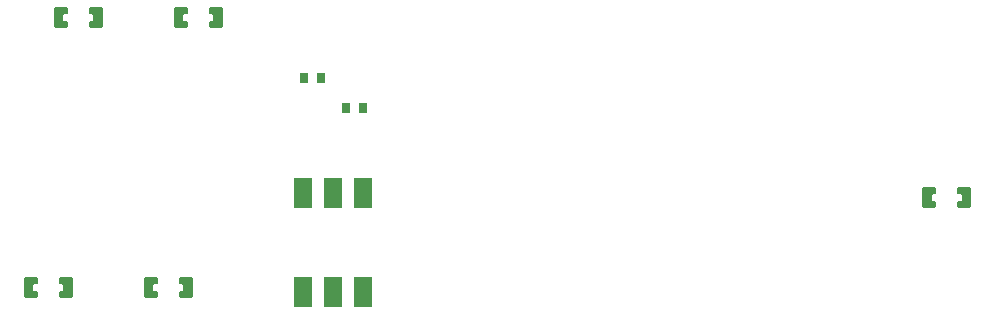
<source format=gtp>
G04 Layer: TopPasteMaskLayer*
G04 EasyEDA v6.5.23, 2023-05-22 12:01:23*
G04 2ef3873b6a8849e1a700537b5c5aa0b8,043974f40ccd47e6b80d377579d0ea0a,10*
G04 Gerber Generator version 0.2*
G04 Scale: 100 percent, Rotated: No, Reflected: No *
G04 Dimensions in millimeters *
G04 leading zeros omitted , absolute positions ,4 integer and 5 decimal *
%FSLAX45Y45*%
%MOMM*%

%ADD10R,0.8000X0.9000*%
%ADD11R,1.6500X2.5400*%

%LPD*%
G36*
X9876485Y2358339D02*
G01*
X9866477Y2348331D01*
X9866477Y2312212D01*
X9876485Y2302205D01*
X9897567Y2302205D01*
X9907574Y2292197D01*
X9907574Y2254402D01*
X9897567Y2244394D01*
X9876485Y2244394D01*
X9866477Y2234387D01*
X9866477Y2198268D01*
X9876485Y2188260D01*
X9977272Y2188260D01*
X9987229Y2198268D01*
X9987229Y2348331D01*
X9977272Y2358339D01*
G37*
G36*
X9580727Y2358339D02*
G01*
X9570770Y2348331D01*
X9570770Y2198268D01*
X9580727Y2188260D01*
X9681514Y2188260D01*
X9691522Y2198268D01*
X9691522Y2234387D01*
X9681514Y2244394D01*
X9660432Y2244394D01*
X9650425Y2254402D01*
X9650425Y2292197D01*
X9660432Y2302205D01*
X9681514Y2302205D01*
X9691522Y2312212D01*
X9691522Y2348331D01*
X9681514Y2358339D01*
G37*
G36*
X3285185Y1596339D02*
G01*
X3275177Y1586331D01*
X3275177Y1550212D01*
X3285185Y1540205D01*
X3306267Y1540205D01*
X3316274Y1530197D01*
X3316274Y1492402D01*
X3306267Y1482394D01*
X3285185Y1482394D01*
X3275177Y1472387D01*
X3275177Y1436268D01*
X3285185Y1426260D01*
X3385972Y1426260D01*
X3395929Y1436268D01*
X3395929Y1586331D01*
X3385972Y1596339D01*
G37*
G36*
X2989427Y1596339D02*
G01*
X2979470Y1586331D01*
X2979470Y1436268D01*
X2989427Y1426260D01*
X3090214Y1426260D01*
X3100222Y1436268D01*
X3100222Y1472387D01*
X3090214Y1482394D01*
X3069132Y1482394D01*
X3059125Y1492402D01*
X3059125Y1530197D01*
X3069132Y1540205D01*
X3090214Y1540205D01*
X3100222Y1550212D01*
X3100222Y1586331D01*
X3090214Y1596339D01*
G37*
G36*
X3539185Y3882339D02*
G01*
X3529177Y3872331D01*
X3529177Y3836212D01*
X3539185Y3826205D01*
X3560267Y3826205D01*
X3570274Y3816197D01*
X3570274Y3778402D01*
X3560267Y3768394D01*
X3539185Y3768394D01*
X3529177Y3758387D01*
X3529177Y3722268D01*
X3539185Y3712260D01*
X3639972Y3712260D01*
X3649929Y3722268D01*
X3649929Y3872331D01*
X3639972Y3882339D01*
G37*
G36*
X3243427Y3882339D02*
G01*
X3233470Y3872331D01*
X3233470Y3722268D01*
X3243427Y3712260D01*
X3344214Y3712260D01*
X3354222Y3722268D01*
X3354222Y3758387D01*
X3344214Y3768394D01*
X3323132Y3768394D01*
X3313125Y3778402D01*
X3313125Y3816197D01*
X3323132Y3826205D01*
X3344214Y3826205D01*
X3354222Y3836212D01*
X3354222Y3872331D01*
X3344214Y3882339D01*
G37*
G36*
X2269185Y1596339D02*
G01*
X2259177Y1586331D01*
X2259177Y1550212D01*
X2269185Y1540205D01*
X2290267Y1540205D01*
X2300274Y1530197D01*
X2300274Y1492402D01*
X2290267Y1482394D01*
X2269185Y1482394D01*
X2259177Y1472387D01*
X2259177Y1436268D01*
X2269185Y1426260D01*
X2369972Y1426260D01*
X2379929Y1436268D01*
X2379929Y1586331D01*
X2369972Y1596339D01*
G37*
G36*
X1973427Y1596339D02*
G01*
X1963470Y1586331D01*
X1963470Y1436268D01*
X1973427Y1426260D01*
X2074214Y1426260D01*
X2084222Y1436268D01*
X2084222Y1472387D01*
X2074214Y1482394D01*
X2053132Y1482394D01*
X2043125Y1492402D01*
X2043125Y1530197D01*
X2053132Y1540205D01*
X2074214Y1540205D01*
X2084222Y1550212D01*
X2084222Y1586331D01*
X2074214Y1596339D01*
G37*
G36*
X2523185Y3882339D02*
G01*
X2513177Y3872331D01*
X2513177Y3836212D01*
X2523185Y3826205D01*
X2544267Y3826205D01*
X2554274Y3816197D01*
X2554274Y3778402D01*
X2544267Y3768394D01*
X2523185Y3768394D01*
X2513177Y3758387D01*
X2513177Y3722268D01*
X2523185Y3712260D01*
X2623972Y3712260D01*
X2633929Y3722268D01*
X2633929Y3872331D01*
X2623972Y3882339D01*
G37*
G36*
X2227427Y3882339D02*
G01*
X2217470Y3872331D01*
X2217470Y3722268D01*
X2227427Y3712260D01*
X2328214Y3712260D01*
X2338222Y3722268D01*
X2338222Y3758387D01*
X2328214Y3768394D01*
X2307132Y3768394D01*
X2297125Y3778402D01*
X2297125Y3816197D01*
X2307132Y3826205D01*
X2328214Y3826205D01*
X2338222Y3836212D01*
X2338222Y3872331D01*
X2328214Y3882339D01*
G37*
D10*
G01*
X4476902Y3289300D03*
G01*
X4336897Y3289300D03*
G01*
X4832502Y3035300D03*
G01*
X4692497Y3035300D03*
D11*
G01*
X4330700Y1477314D03*
G01*
X4584700Y1477314D03*
G01*
X4838700Y1477314D03*
G01*
X4838700Y2307285D03*
G01*
X4584700Y2307285D03*
G01*
X4330700Y2307285D03*
M02*

</source>
